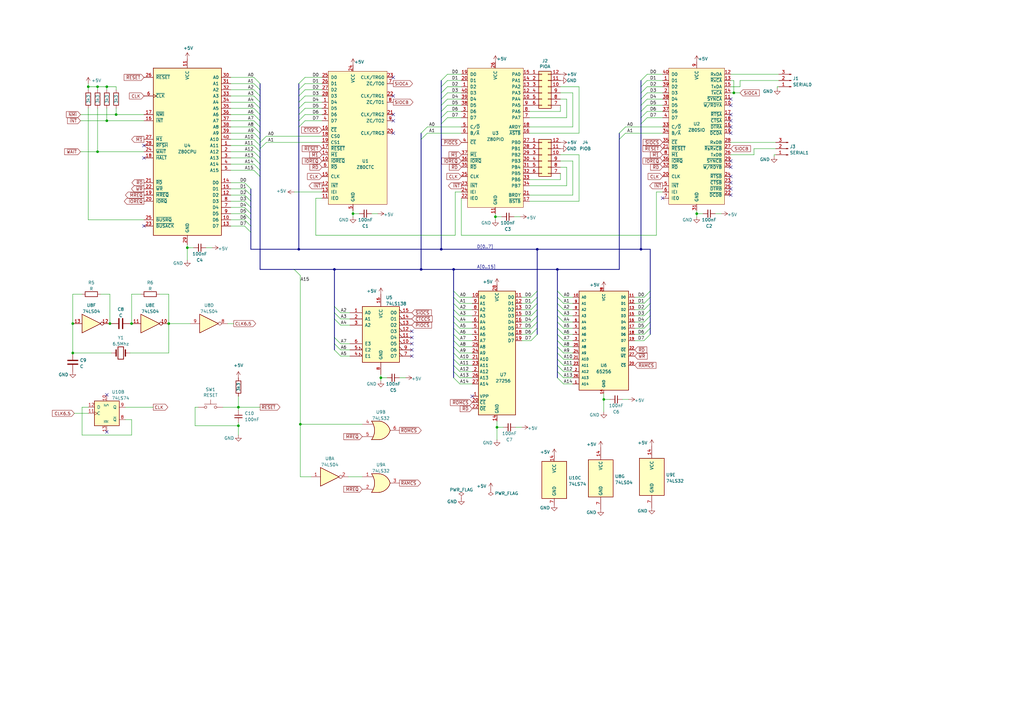
<source format=kicad_sch>
(kicad_sch (version 20211123) (generator eeschema)
  (paper "A3")
  (title_block (title "sinope Z80 Single Board Computer") (date "2020-04-16") (rev "1") (company "Hans Hübner"))
  (junction (at 53.975 132.715))
  (junction (at 40.005 35.56))
  (junction (at 40.005 62.23))
  (junction (at 203.2 88.9))
  (junction (at 69.215 132.715))
  (junction (at 36.195 35.56))
  (junction (at 43.815 49.53))
  (junction (at 45.085 132.715))
  (junction (at 97.79 174.625))
  (junction (at 144.78 87.63))
  (junction (at 262.89 102.235))
  (junction (at 186.055 110.49))
  (junction (at 180.975 102.235))
  (junction (at 203.835 175.26))
  (junction (at 43.815 35.56))
  (junction (at 228.6 110.49))
  (junction (at 172.72 110.49))
  (junction (at 156.21 154.94))
  (junction (at 47.625 46.99))
  (junction (at 76.835 101.6))
  (junction (at 123.19 173.99))
  (junction (at 247.65 163.83))
  (junction (at 29.845 132.715))
  (junction (at 137.16 110.49))
  (junction (at 122.555 102.235))
  (junction (at 97.79 167.005))
  (junction (at 300.99 38.1))
  (junction (at 220.345 102.235))
  (junction (at 29.845 144.78))
  (junction (at 285.75 87.63))
  (no_connect (at 161.29 31.75))
  (no_connect (at 299.72 74.93))
  (no_connect (at 299.72 54.61))
  (no_connect (at 299.72 52.07))
  (no_connect (at 299.72 46.99))
  (no_connect (at 299.72 49.53))
  (no_connect (at 271.78 81.28))
  (no_connect (at 299.72 72.39))
  (no_connect (at 43.815 161.925))
  (no_connect (at 43.815 177.165))
  (no_connect (at 59.055 64.77))
  (no_connect (at 161.29 46.99))
  (no_connect (at 59.055 92.71))
  (no_connect (at 161.29 39.37))
  (no_connect (at 299.72 80.01))
  (no_connect (at 299.72 68.58))
  (no_connect (at 299.72 77.47))
  (no_connect (at 168.91 146.05))
  (no_connect (at 168.91 138.43))
  (no_connect (at 168.91 140.97))
  (no_connect (at 168.91 143.51))
  (no_connect (at 168.91 135.89))
  (no_connect (at 193.675 162.56))
  (no_connect (at 299.72 43.18))
  (no_connect (at 299.72 40.64))
  (no_connect (at 59.055 59.69))
  (no_connect (at 161.29 49.53))
  (no_connect (at 161.29 54.61))
  (no_connect (at 299.72 66.04))
  (bus_entry (at 104.14 62.23) (size 2.54 2.54))
  (bus_entry (at 104.14 59.69) (size 2.54 2.54))
  (bus_entry (at 104.14 64.77) (size 2.54 2.54))
  (bus_entry (at 104.14 54.61) (size 2.54 2.54))
  (bus_entry (at 104.14 57.15) (size 2.54 2.54))
  (bus_entry (at 104.14 52.07) (size 2.54 2.54))
  (bus_entry (at 104.14 49.53) (size 2.54 2.54))
  (bus_entry (at 104.14 67.31) (size 2.54 2.54))
  (bus_entry (at 104.14 69.85) (size 2.54 2.54))
  (bus_entry (at 228.6 119.38) (size 2.54 2.54))
  (bus_entry (at 104.14 34.29) (size 2.54 2.54))
  (bus_entry (at 220.345 119.38) (size -2.54 2.54))
  (bus_entry (at 183.515 30.48) (size -2.54 2.54))
  (bus_entry (at 125.095 34.29) (size -2.54 2.54))
  (bus_entry (at 228.6 137.16) (size 2.54 2.54))
  (bus_entry (at 186.055 127) (size 2.54 2.54))
  (bus_entry (at 104.14 31.75) (size 2.54 2.54))
  (bus_entry (at 266.7 121.92) (size -2.54 2.54))
  (bus_entry (at 266.7 124.46) (size -2.54 2.54))
  (bus_entry (at 125.095 31.75) (size -2.54 2.54))
  (bus_entry (at 228.6 134.62) (size 2.54 2.54))
  (bus_entry (at 228.6 152.4) (size 2.54 2.54))
  (bus_entry (at 125.095 41.91) (size -2.54 2.54))
  (bus_entry (at 186.055 149.86) (size 2.54 2.54))
  (bus_entry (at 104.14 39.37) (size 2.54 2.54))
  (bus_entry (at 104.14 46.99) (size 2.54 2.54))
  (bus_entry (at 104.14 44.45) (size 2.54 2.54))
  (bus_entry (at 104.14 41.91) (size 2.54 2.54))
  (bus_entry (at 266.7 127) (size -2.54 2.54))
  (bus_entry (at 125.095 46.99) (size -2.54 2.54))
  (bus_entry (at 186.055 129.54) (size 2.54 2.54))
  (bus_entry (at 186.055 124.46) (size 2.54 2.54))
  (bus_entry (at 266.7 132.08) (size -2.54 2.54))
  (bus_entry (at 100.33 90.17) (size 2.54 2.54))
  (bus_entry (at 100.33 80.01) (size 2.54 2.54))
  (bus_entry (at 100.33 77.47) (size 2.54 2.54))
  (bus_entry (at 100.33 82.55) (size 2.54 2.54))
  (bus_entry (at 100.33 85.09) (size 2.54 2.54))
  (bus_entry (at 100.33 74.93) (size 2.54 2.54))
  (bus_entry (at 100.33 87.63) (size 2.54 2.54))
  (bus_entry (at 266.7 137.16) (size -2.54 2.54))
  (bus_entry (at 266.7 129.54) (size -2.54 2.54))
  (bus_entry (at 186.055 142.24) (size 2.54 2.54))
  (bus_entry (at 137.16 130.81) (size 2.54 2.54))
  (bus_entry (at 137.16 125.73) (size 2.54 2.54))
  (bus_entry (at 137.16 128.27) (size 2.54 2.54))
  (bus_entry (at 137.16 140.97) (size 2.54 2.54))
  (bus_entry (at 137.16 138.43) (size 2.54 2.54))
  (bus_entry (at 137.16 143.51) (size 2.54 2.54))
  (bus_entry (at 186.055 132.08) (size 2.54 2.54))
  (bus_entry (at 256.54 54.61) (size -2.54 2.54))
  (bus_entry (at 256.54 52.07) (size -2.54 2.54))
  (bus_entry (at 186.055 134.62) (size 2.54 2.54))
  (bus_entry (at 125.095 36.83) (size -2.54 2.54))
  (bus_entry (at 186.055 121.92) (size 2.54 2.54))
  (bus_entry (at 186.055 137.16) (size 2.54 2.54))
  (bus_entry (at 183.515 35.56) (size -2.54 2.54))
  (bus_entry (at 186.055 152.4) (size 2.54 2.54))
  (bus_entry (at 228.6 154.94) (size 2.54 2.54))
  (bus_entry (at 183.515 43.18) (size -2.54 2.54))
  (bus_entry (at 186.055 144.78) (size 2.54 2.54))
  (bus_entry (at 100.33 92.71) (size 2.54 2.54))
  (bus_entry (at 183.515 40.64) (size -2.54 2.54))
  (bus_entry (at 266.7 134.62) (size -2.54 2.54))
  (bus_entry (at 125.095 39.37) (size -2.54 2.54))
  (bus_entry (at 186.055 154.94) (size 2.54 2.54))
  (bus_entry (at 228.6 121.92) (size 2.54 2.54))
  (bus_entry (at 186.055 119.38) (size 2.54 2.54))
  (bus_entry (at 228.6 142.24) (size 2.54 2.54))
  (bus_entry (at 186.055 147.32) (size 2.54 2.54))
  (bus_entry (at 120.65 110.49) (size 2.54 2.54))
  (bus_entry (at 125.095 44.45) (size -2.54 2.54))
  (bus_entry (at 228.6 149.86) (size 2.54 2.54))
  (bus_entry (at 228.6 132.08) (size 2.54 2.54))
  (bus_entry (at 228.6 144.78) (size 2.54 2.54))
  (bus_entry (at 104.14 36.83) (size 2.54 2.54))
  (bus_entry (at 125.095 49.53) (size -2.54 2.54))
  (bus_entry (at 183.515 33.02) (size -2.54 2.54))
  (bus_entry (at 183.515 38.1) (size -2.54 2.54))
  (bus_entry (at 183.515 48.26) (size -2.54 2.54))
  (bus_entry (at 186.055 139.7) (size 2.54 2.54))
  (bus_entry (at 220.345 129.54) (size -2.54 2.54))
  (bus_entry (at 220.345 132.08) (size -2.54 2.54))
  (bus_entry (at 220.345 134.62) (size -2.54 2.54))
  (bus_entry (at 220.345 137.16) (size -2.54 2.54))
  (bus_entry (at 220.345 127) (size -2.54 2.54))
  (bus_entry (at 220.345 124.46) (size -2.54 2.54))
  (bus_entry (at 220.345 121.92) (size -2.54 2.54))
  (bus_entry (at 109.22 58.42) (size -2.54 2.54))
  (bus_entry (at 109.22 55.88) (size -2.54 2.54))
  (bus_entry (at 175.26 54.61) (size -2.54 2.54))
  (bus_entry (at 175.26 52.07) (size -2.54 2.54))
  (bus_entry (at 183.515 45.72) (size -2.54 2.54))
  (bus_entry (at 228.6 127) (size 2.54 2.54))
  (bus_entry (at 228.6 129.54) (size 2.54 2.54))
  (bus_entry (at 266.7 119.38) (size -2.54 2.54))
  (bus_entry (at 228.6 124.46) (size 2.54 2.54))
  (bus_entry (at 265.43 30.48) (size -2.54 2.54))
  (bus_entry (at 265.43 33.02) (size -2.54 2.54))
  (bus_entry (at 265.43 35.56) (size -2.54 2.54))
  (bus_entry (at 265.43 38.1) (size -2.54 2.54))
  (bus_entry (at 265.43 40.64) (size -2.54 2.54))
  (bus_entry (at 265.43 43.18) (size -2.54 2.54))
  (bus_entry (at 265.43 45.72) (size -2.54 2.54))
  (bus_entry (at 265.43 48.26) (size -2.54 2.54))
  (bus_entry (at 228.6 139.7) (size 2.54 2.54))
  (bus_entry (at 228.6 147.32) (size 2.54 2.54))
  (wire (pts (xy 231.14 127) (xy 234.95 127)))
  (wire (pts (xy 36.195 35.56) (xy 40.005 35.56)))
  (wire (pts (xy 109.22 55.88) (xy 132.08 55.88)))
  (wire (pts (xy 269.24 78.74) (xy 269.24 96.52)))
  (wire (pts (xy 309.245 63.5) (xy 309.245 60.96)))
  (wire (pts (xy 231.14 152.4) (xy 234.95 152.4)))
  (bus (pts (xy 180.975 38.1) (xy 180.975 40.64)))
  (wire (pts (xy 265.43 48.26) (xy 271.78 48.26)))
  (bus (pts (xy 266.7 119.38) (xy 266.7 121.92)))
  (wire (pts (xy 43.815 35.56) (xy 47.625 35.56)))
  (wire (pts (xy 94.615 36.83) (xy 104.14 36.83)))
  (bus (pts (xy 106.68 60.96) (xy 106.68 62.23)))
  (bus (pts (xy 180.975 45.72) (xy 180.975 48.26)))
  (wire (pts (xy 210.82 88.9) (xy 213.36 88.9)))
  (wire (pts (xy 189.23 96.52) (xy 269.24 96.52)))
  (bus (pts (xy 262.89 38.1) (xy 262.89 40.64)))
  (wire (pts (xy 260.35 121.92) (xy 264.16 121.92)))
  (wire (pts (xy 217.17 76.2) (xy 232.41 76.2)))
  (wire (pts (xy 188.595 129.54) (xy 193.675 129.54)))
  (bus (pts (xy 137.16 125.73) (xy 137.16 128.27)))
  (wire (pts (xy 234.95 139.7) (xy 231.14 139.7)))
  (wire (pts (xy 193.675 132.08) (xy 188.595 132.08)))
  (bus (pts (xy 186.055 147.32) (xy 186.055 149.86)))
  (wire (pts (xy 94.615 52.07) (xy 104.14 52.07)))
  (wire (pts (xy 260.35 139.7) (xy 264.16 139.7)))
  (bus (pts (xy 120.65 110.49) (xy 137.16 110.49)))
  (wire (pts (xy 123.19 173.99) (xy 148.59 173.99)))
  (wire (pts (xy 123.19 173.99) (xy 123.19 195.58)))
  (wire (pts (xy 94.615 74.93) (xy 100.33 74.93)))
  (bus (pts (xy 180.975 48.26) (xy 180.975 50.8)))
  (wire (pts (xy 213.995 127) (xy 217.805 127)))
  (wire (pts (xy 53.975 178.435) (xy 53.975 172.085)))
  (wire (pts (xy 36.195 36.83) (xy 36.195 35.56)))
  (bus (pts (xy 106.68 72.39) (xy 106.68 110.49)))
  (wire (pts (xy 139.7 140.97) (xy 143.51 140.97)))
  (wire (pts (xy 231.14 121.92) (xy 234.95 121.92)))
  (wire (pts (xy 183.515 43.18) (xy 189.23 43.18)))
  (bus (pts (xy 102.87 92.71) (xy 102.87 95.25)))
  (wire (pts (xy 132.08 81.28) (xy 129.54 81.28)))
  (wire (pts (xy 234.95 52.07) (xy 234.95 38.1)))
  (wire (pts (xy 265.43 33.02) (xy 271.78 33.02)))
  (wire (pts (xy 285.75 87.63) (xy 285.75 88.9)))
  (wire (pts (xy 229.87 73.66) (xy 229.87 71.12)))
  (bus (pts (xy 220.345 102.235) (xy 262.89 102.235)))
  (bus (pts (xy 186.055 152.4) (xy 186.055 154.94)))
  (bus (pts (xy 186.055 139.7) (xy 186.055 142.24)))
  (wire (pts (xy 231.14 137.16) (xy 234.95 137.16)))
  (wire (pts (xy 203.835 172.72) (xy 203.835 175.26)))
  (wire (pts (xy 125.095 39.37) (xy 132.08 39.37)))
  (wire (pts (xy 29.845 120.65) (xy 29.845 132.715)))
  (bus (pts (xy 180.975 43.18) (xy 180.975 45.72)))
  (wire (pts (xy 94.615 46.99) (xy 104.14 46.99)))
  (wire (pts (xy 193.675 142.24) (xy 188.595 142.24)))
  (wire (pts (xy 36.195 34.29) (xy 36.195 35.56)))
  (bus (pts (xy 220.345 121.92) (xy 220.345 124.46)))
  (bus (pts (xy 186.055 110.49) (xy 228.6 110.49)))
  (wire (pts (xy 232.41 48.26) (xy 232.41 40.64)))
  (wire (pts (xy 139.7 133.35) (xy 143.51 133.35)))
  (wire (pts (xy 213.995 132.08) (xy 217.805 132.08)))
  (wire (pts (xy 123.19 195.58) (xy 127.635 195.58)))
  (bus (pts (xy 228.6 132.08) (xy 228.6 134.62)))
  (wire (pts (xy 237.49 82.55) (xy 237.49 63.5)))
  (wire (pts (xy 43.815 35.56) (xy 43.815 36.83)))
  (wire (pts (xy 125.095 34.29) (xy 132.08 34.29)))
  (wire (pts (xy 188.595 121.92) (xy 193.675 121.92)))
  (wire (pts (xy 285.75 87.63) (xy 288.29 87.63)))
  (wire (pts (xy 232.41 76.2) (xy 232.41 68.58)))
  (bus (pts (xy 262.89 45.72) (xy 262.89 48.26)))
  (wire (pts (xy 97.79 167.005) (xy 97.79 168.275)))
  (wire (pts (xy 57.785 120.65) (xy 53.975 120.65)))
  (wire (pts (xy 217.17 73.66) (xy 229.87 73.66)))
  (wire (pts (xy 213.995 137.16) (xy 217.805 137.16)))
  (wire (pts (xy 265.43 45.72) (xy 271.78 45.72)))
  (wire (pts (xy 29.845 132.715) (xy 29.845 144.78)))
  (wire (pts (xy 144.78 86.36) (xy 144.78 87.63)))
  (wire (pts (xy 91.44 167.005) (xy 97.79 167.005)))
  (wire (pts (xy 237.49 35.56) (xy 229.87 35.56)))
  (wire (pts (xy 318.135 63.5) (xy 317.5 63.5)))
  (wire (pts (xy 234.95 149.86) (xy 231.14 149.86)))
  (wire (pts (xy 237.49 54.61) (xy 237.49 35.56)))
  (wire (pts (xy 125.095 46.99) (xy 132.08 46.99)))
  (bus (pts (xy 106.68 58.42) (xy 106.68 59.69)))
  (bus (pts (xy 262.89 48.26) (xy 262.89 50.8)))
  (bus (pts (xy 102.87 80.01) (xy 102.87 82.55)))
  (wire (pts (xy 265.43 43.18) (xy 271.78 43.18)))
  (wire (pts (xy 163.83 154.94) (xy 166.37 154.94)))
  (wire (pts (xy 33.655 178.435) (xy 53.975 178.435)))
  (wire (pts (xy 47.625 44.45) (xy 47.625 46.99)))
  (wire (pts (xy 41.275 120.65) (xy 45.085 120.65)))
  (bus (pts (xy 180.975 40.64) (xy 180.975 43.18)))
  (bus (pts (xy 186.055 121.92) (xy 186.055 124.46)))
  (bus (pts (xy 106.68 52.07) (xy 106.68 54.61)))
  (bus (pts (xy 262.89 102.235) (xy 266.7 102.235)))
  (bus (pts (xy 254 57.15) (xy 254 110.49)))
  (wire (pts (xy 45.085 132.715) (xy 45.72 132.715)))
  (bus (pts (xy 106.68 36.83) (xy 106.68 39.37)))
  (wire (pts (xy 303.53 33.02) (xy 319.405 33.02)))
  (bus (pts (xy 228.6 124.46) (xy 228.6 127)))
  (bus (pts (xy 254 54.61) (xy 254 57.15)))
  (wire (pts (xy 255.27 163.83) (xy 257.81 163.83)))
  (wire (pts (xy 203.835 175.26) (xy 206.375 175.26)))
  (wire (pts (xy 97.79 174.625) (xy 80.01 174.625)))
  (bus (pts (xy 220.345 132.08) (xy 220.345 134.62)))
  (wire (pts (xy 265.43 38.1) (xy 271.78 38.1)))
  (wire (pts (xy 69.215 144.78) (xy 69.215 132.715)))
  (bus (pts (xy 106.68 67.31) (xy 106.68 69.85)))
  (bus (pts (xy 137.16 138.43) (xy 137.16 140.97)))
  (bus (pts (xy 228.6 149.86) (xy 228.6 152.4)))
  (wire (pts (xy 94.615 67.31) (xy 104.14 67.31)))
  (wire (pts (xy 139.7 130.81) (xy 143.51 130.81)))
  (wire (pts (xy 152.4 87.63) (xy 154.94 87.63)))
  (wire (pts (xy 47.625 35.56) (xy 47.625 36.83)))
  (wire (pts (xy 260.35 132.08) (xy 264.16 132.08)))
  (bus (pts (xy 106.68 49.53) (xy 106.68 52.07)))
  (bus (pts (xy 122.555 41.91) (xy 122.555 44.45)))
  (bus (pts (xy 102.87 87.63) (xy 102.87 90.17)))
  (bus (pts (xy 102.87 102.235) (xy 122.555 102.235)))
  (wire (pts (xy 303.53 35.56) (xy 303.53 33.02)))
  (wire (pts (xy 231.14 129.54) (xy 234.95 129.54)))
  (wire (pts (xy 94.615 82.55) (xy 100.33 82.55)))
  (wire (pts (xy 213.995 121.92) (xy 217.805 121.92)))
  (bus (pts (xy 262.89 50.8) (xy 262.89 102.235)))
  (wire (pts (xy 203.2 87.63) (xy 203.2 88.9)))
  (wire (pts (xy 318.77 35.56) (xy 318.77 36.195)))
  (wire (pts (xy 193.675 137.16) (xy 188.595 137.16)))
  (wire (pts (xy 193.675 154.94) (xy 188.595 154.94)))
  (bus (pts (xy 122.555 36.83) (xy 122.555 39.37)))
  (wire (pts (xy 231.14 157.48) (xy 234.95 157.48)))
  (wire (pts (xy 76.835 101.6) (xy 79.375 101.6)))
  (wire (pts (xy 125.095 49.53) (xy 132.08 49.53)))
  (wire (pts (xy 231.14 142.24) (xy 234.95 142.24)))
  (wire (pts (xy 260.35 137.16) (xy 264.16 137.16)))
  (wire (pts (xy 186.69 78.74) (xy 186.69 96.52)))
  (wire (pts (xy 319.405 35.56) (xy 318.77 35.56)))
  (wire (pts (xy 33.02 62.23) (xy 40.005 62.23)))
  (wire (pts (xy 125.095 44.45) (xy 132.08 44.45)))
  (wire (pts (xy 300.99 33.02) (xy 300.99 38.1)))
  (wire (pts (xy 47.625 46.99) (xy 59.055 46.99)))
  (wire (pts (xy 203.835 175.26) (xy 203.835 180.34)))
  (wire (pts (xy 183.515 48.26) (xy 189.23 48.26)))
  (wire (pts (xy 217.17 82.55) (xy 237.49 82.55)))
  (wire (pts (xy 217.17 45.72) (xy 229.87 45.72)))
  (wire (pts (xy 213.995 124.46) (xy 217.805 124.46)))
  (bus (pts (xy 186.055 119.38) (xy 186.055 121.92)))
  (wire (pts (xy 40.005 35.56) (xy 43.815 35.56)))
  (bus (pts (xy 102.87 77.47) (xy 102.87 80.01)))
  (bus (pts (xy 106.68 64.77) (xy 106.68 67.31)))
  (bus (pts (xy 266.7 127) (xy 266.7 129.54)))
  (bus (pts (xy 172.72 57.15) (xy 172.72 110.49)))
  (wire (pts (xy 256.54 54.61) (xy 271.78 54.61)))
  (wire (pts (xy 317.5 63.5) (xy 317.5 64.135)))
  (bus (pts (xy 228.6 121.92) (xy 228.6 124.46)))
  (bus (pts (xy 102.87 95.25) (xy 102.87 102.235)))
  (wire (pts (xy 299.72 35.56) (xy 303.53 35.56)))
  (bus (pts (xy 266.7 129.54) (xy 266.7 132.08)))
  (bus (pts (xy 266.7 134.62) (xy 266.7 137.16)))
  (wire (pts (xy 234.95 38.1) (xy 229.87 38.1)))
  (bus (pts (xy 266.7 124.46) (xy 266.7 127)))
  (wire (pts (xy 300.99 33.02) (xy 299.72 33.02)))
  (wire (pts (xy 33.655 120.65) (xy 29.845 120.65)))
  (bus (pts (xy 228.6 142.24) (xy 228.6 144.78)))
  (bus (pts (xy 186.055 129.54) (xy 186.055 132.08)))
  (wire (pts (xy 97.79 174.625) (xy 97.79 178.435)))
  (wire (pts (xy 265.43 40.64) (xy 271.78 40.64)))
  (wire (pts (xy 231.14 132.08) (xy 234.95 132.08)))
  (wire (pts (xy 94.615 62.23) (xy 104.14 62.23)))
  (wire (pts (xy 234.95 80.01) (xy 234.95 66.04)))
  (bus (pts (xy 228.6 134.62) (xy 228.6 137.16)))
  (bus (pts (xy 122.555 46.99) (xy 122.555 49.53)))
  (wire (pts (xy 188.595 134.62) (xy 193.675 134.62)))
  (wire (pts (xy 94.615 57.15) (xy 104.14 57.15)))
  (wire (pts (xy 299.72 58.42) (xy 318.135 58.42)))
  (bus (pts (xy 122.555 34.29) (xy 122.555 36.83)))
  (wire (pts (xy 69.215 120.65) (xy 69.215 132.715)))
  (wire (pts (xy 229.87 45.72) (xy 229.87 43.18)))
  (wire (pts (xy 69.215 132.715) (xy 78.105 132.715)))
  (wire (pts (xy 139.7 146.05) (xy 143.51 146.05)))
  (wire (pts (xy 260.35 134.62) (xy 264.16 134.62)))
  (wire (pts (xy 299.72 30.48) (xy 319.405 30.48)))
  (bus (pts (xy 106.68 34.29) (xy 106.68 36.83)))
  (bus (pts (xy 106.68 69.85) (xy 106.68 72.39)))
  (wire (pts (xy 139.7 128.27) (xy 143.51 128.27)))
  (bus (pts (xy 228.6 110.49) (xy 228.6 119.38)))
  (wire (pts (xy 189.23 81.28) (xy 189.23 96.52)))
  (wire (pts (xy 217.17 52.07) (xy 234.95 52.07)))
  (bus (pts (xy 266.7 132.08) (xy 266.7 134.62)))
  (wire (pts (xy 94.615 87.63) (xy 100.33 87.63)))
  (wire (pts (xy 139.7 143.51) (xy 143.51 143.51)))
  (wire (pts (xy 40.005 62.23) (xy 59.055 62.23)))
  (bus (pts (xy 220.345 119.38) (xy 220.345 121.92)))
  (wire (pts (xy 265.43 35.56) (xy 271.78 35.56)))
  (wire (pts (xy 213.995 129.54) (xy 217.805 129.54)))
  (wire (pts (xy 45.085 120.65) (xy 45.085 132.715)))
  (bus (pts (xy 122.555 52.07) (xy 122.555 102.235)))
  (wire (pts (xy 217.17 80.01) (xy 234.95 80.01)))
  (wire (pts (xy 234.95 134.62) (xy 231.14 134.62)))
  (wire (pts (xy 94.615 80.01) (xy 100.33 80.01)))
  (bus (pts (xy 186.055 110.49) (xy 186.055 119.38)))
  (bus (pts (xy 180.975 50.8) (xy 180.975 102.235)))
  (wire (pts (xy 84.455 101.6) (xy 86.995 101.6)))
  (wire (pts (xy 94.615 54.61) (xy 104.14 54.61)))
  (bus (pts (xy 180.975 35.56) (xy 180.975 38.1)))
  (bus (pts (xy 137.16 140.97) (xy 137.16 143.51)))
  (bus (pts (xy 122.555 39.37) (xy 122.555 41.91)))
  (bus (pts (xy 266.7 102.235) (xy 266.7 119.38)))
  (wire (pts (xy 260.35 124.46) (xy 264.16 124.46)))
  (wire (pts (xy 142.875 195.58) (xy 148.59 195.58)))
  (bus (pts (xy 106.68 59.69) (xy 106.68 60.96)))
  (bus (pts (xy 186.055 124.46) (xy 186.055 127)))
  (bus (pts (xy 106.68 39.37) (xy 106.68 41.91)))
  (bus (pts (xy 228.6 129.54) (xy 228.6 132.08)))
  (wire (pts (xy 80.01 174.625) (xy 80.01 167.005)))
  (wire (pts (xy 53.975 120.65) (xy 53.975 132.715)))
  (bus (pts (xy 137.16 110.49) (xy 137.16 125.73)))
  (wire (pts (xy 97.79 173.355) (xy 97.79 174.625)))
  (wire (pts (xy 45.72 144.78) (xy 29.845 144.78)))
  (wire (pts (xy 123.19 113.03) (xy 123.19 173.99)))
  (wire (pts (xy 232.41 68.58) (xy 229.87 68.58)))
  (bus (pts (xy 137.16 130.81) (xy 137.16 138.43)))
  (bus (pts (xy 106.68 46.99) (xy 106.68 49.53)))
  (wire (pts (xy 65.405 120.65) (xy 69.215 120.65)))
  (wire (pts (xy 51.435 167.005) (xy 62.865 167.005)))
  (bus (pts (xy 228.6 137.16) (xy 228.6 139.7)))
  (wire (pts (xy 175.26 54.61) (xy 189.23 54.61)))
  (wire (pts (xy 183.515 40.64) (xy 189.23 40.64)))
  (wire (pts (xy 188.595 149.86) (xy 193.675 149.86)))
  (wire (pts (xy 213.995 139.7) (xy 217.805 139.7)))
  (wire (pts (xy 53.975 172.085) (xy 51.435 172.085)))
  (wire (pts (xy 186.69 78.74) (xy 189.23 78.74)))
  (wire (pts (xy 94.615 69.85) (xy 104.14 69.85)))
  (wire (pts (xy 120.65 78.74) (xy 132.08 78.74)))
  (bus (pts (xy 106.68 62.23) (xy 106.68 64.77)))
  (wire (pts (xy 256.54 52.07) (xy 271.78 52.07)))
  (wire (pts (xy 193.675 127) (xy 188.595 127)))
  (wire (pts (xy 217.17 48.26) (xy 232.41 48.26)))
  (bus (pts (xy 122.555 49.53) (xy 122.555 52.07)))
  (wire (pts (xy 129.54 81.28) (xy 129.54 96.52)))
  (wire (pts (xy 183.515 30.48) (xy 189.23 30.48)))
  (wire (pts (xy 285.75 86.36) (xy 285.75 87.63)))
  (wire (pts (xy 40.005 44.45) (xy 40.005 62.23)))
  (wire (pts (xy 183.515 35.56) (xy 189.23 35.56)))
  (wire (pts (xy 260.35 127) (xy 264.16 127)))
  (wire (pts (xy 94.615 41.91) (xy 104.14 41.91)))
  (bus (pts (xy 186.055 132.08) (xy 186.055 134.62)))
  (wire (pts (xy 203.2 88.9) (xy 203.2 90.17)))
  (bus (pts (xy 106.68 110.49) (xy 120.65 110.49)))
  (wire (pts (xy 231.14 124.46) (xy 234.95 124.46)))
  (wire (pts (xy 269.24 78.74) (xy 271.78 78.74)))
  (bus (pts (xy 262.89 33.02) (xy 262.89 35.56)))
  (wire (pts (xy 247.65 163.83) (xy 250.19 163.83)))
  (bus (pts (xy 186.055 142.24) (xy 186.055 144.78)))
  (bus (pts (xy 228.6 144.78) (xy 228.6 147.32)))
  (wire (pts (xy 53.34 132.715) (xy 53.975 132.715)))
  (bus (pts (xy 106.68 44.45) (xy 106.68 46.99)))
  (wire (pts (xy 300.99 38.1) (xy 303.53 38.1)))
  (bus (pts (xy 106.68 54.61) (xy 106.68 57.15)))
  (wire (pts (xy 183.515 38.1) (xy 189.23 38.1)))
  (wire (pts (xy 188.595 124.46) (xy 193.675 124.46)))
  (wire (pts (xy 234.95 154.94) (xy 231.14 154.94)))
  (wire (pts (xy 33.02 49.53) (xy 43.815 49.53)))
  (wire (pts (xy 217.17 54.61) (xy 237.49 54.61)))
  (bus (pts (xy 220.345 124.46) (xy 220.345 127)))
  (wire (pts (xy 43.815 44.45) (xy 43.815 49.53)))
  (wire (pts (xy 247.65 161.29) (xy 247.65 163.83)))
  (wire (pts (xy 94.615 92.71) (xy 100.33 92.71)))
  (wire (pts (xy 94.615 64.77) (xy 104.14 64.77)))
  (bus (pts (xy 228.6 147.32) (xy 228.6 149.86)))
  (wire (pts (xy 183.515 45.72) (xy 189.23 45.72)))
  (wire (pts (xy 76.835 101.6) (xy 76.835 106.68)))
  (wire (pts (xy 260.35 129.54) (xy 264.16 129.54)))
  (wire (pts (xy 156.21 154.94) (xy 156.21 156.21)))
  (wire (pts (xy 36.195 44.45) (xy 36.195 90.17)))
  (wire (pts (xy 53.34 144.78) (xy 69.215 144.78)))
  (bus (pts (xy 266.7 121.92) (xy 266.7 124.46)))
  (wire (pts (xy 125.095 31.75) (xy 132.08 31.75)))
  (bus (pts (xy 122.555 102.235) (xy 180.975 102.235)))
  (bus (pts (xy 180.975 33.02) (xy 180.975 35.56)))
  (wire (pts (xy 94.615 49.53) (xy 104.14 49.53)))
  (wire (pts (xy 125.095 36.83) (xy 132.08 36.83)))
  (wire (pts (xy 36.195 167.005) (xy 33.655 167.005)))
  (bus (pts (xy 186.055 127) (xy 186.055 129.54)))
  (wire (pts (xy 94.615 90.17) (xy 100.33 90.17)))
  (wire (pts (xy 300.99 38.1) (xy 299.72 38.1)))
  (wire (pts (xy 188.595 139.7) (xy 193.675 139.7)))
  (wire (pts (xy 265.43 30.48) (xy 271.78 30.48)))
  (wire (pts (xy 193.675 152.4) (xy 188.595 152.4)))
  (bus (pts (xy 102.87 85.09) (xy 102.87 87.63)))
  (bus (pts (xy 137.16 110.49) (xy 172.72 110.49)))
  (wire (pts (xy 94.615 39.37) (xy 104.14 39.37)))
  (bus (pts (xy 106.68 57.15) (xy 106.68 58.42)))
  (wire (pts (xy 231.14 147.32) (xy 234.95 147.32)))
  (wire (pts (xy 144.78 87.63) (xy 147.32 87.63)))
  (wire (pts (xy 30.48 169.545) (xy 36.195 169.545)))
  (bus (pts (xy 262.89 40.64) (xy 262.89 43.18)))
  (bus (pts (xy 186.055 137.16) (xy 186.055 139.7)))
  (wire (pts (xy 125.095 41.91) (xy 132.08 41.91)))
  (wire (pts (xy 93.345 132.715) (xy 95.885 132.715)))
  (wire (pts (xy 94.615 59.69) (xy 104.14 59.69)))
  (wire (pts (xy 36.195 90.17) (xy 59.055 90.17)))
  (wire (pts (xy 211.455 175.26) (xy 213.995 175.26)))
  (bus (pts (xy 106.68 41.91) (xy 106.68 44.45)))
  (bus (pts (xy 186.055 149.86) (xy 186.055 152.4)))
  (wire (pts (xy 94.615 44.45) (xy 104.14 44.45)))
  (wire (pts (xy 43.815 49.53) (xy 59.055 49.53)))
  (bus (pts (xy 180.975 102.235) (xy 220.345 102.235)))
  (wire (pts (xy 129.54 96.52) (xy 186.69 96.52)))
  (bus (pts (xy 102.87 82.55) (xy 102.87 85.09)))
  (wire (pts (xy 193.675 147.32) (xy 188.595 147.32)))
  (wire (pts (xy 213.995 134.62) (xy 217.805 134.62)))
  (wire (pts (xy 234.95 144.78) (xy 231.14 144.78)))
  (bus (pts (xy 262.89 35.56) (xy 262.89 38.1)))
  (wire (pts (xy 109.22 58.42) (xy 132.08 58.42)))
  (wire (pts (xy 40.005 35.56) (xy 40.005 36.83)))
  (wire (pts (xy 237.49 63.5) (xy 229.87 63.5)))
  (bus (pts (xy 102.87 90.17) (xy 102.87 92.71)))
  (wire (pts (xy 309.245 60.96) (xy 318.135 60.96)))
  (bus (pts (xy 220.345 134.62) (xy 220.345 137.16)))
  (bus (pts (xy 220.345 127) (xy 220.345 129.54)))
  (bus (pts (xy 228.6 119.38) (xy 228.6 121.92)))
  (wire (pts (xy 94.615 85.09) (xy 100.33 85.09)))
  (wire (pts (xy 183.515 33.02) (xy 189.23 33.02)))
  (bus (pts (xy 220.345 129.54) (xy 220.345 132.08)))
  (wire (pts (xy 232.41 40.64) (xy 229.87 40.64)))
  (wire (pts (xy 299.72 63.5) (xy 309.245 63.5)))
  (wire (pts (xy 175.26 52.07) (xy 189.23 52.07)))
  (bus (pts (xy 228.6 127) (xy 228.6 129.54)))
  (wire (pts (xy 80.01 167.005) (xy 81.28 167.005)))
  (wire (pts (xy 203.2 88.9) (xy 205.74 88.9)))
  (wire (pts (xy 94.615 34.29) (xy 104.14 34.29)))
  (wire (pts (xy 97.79 167.005) (xy 106.68 167.005)))
  (bus (pts (xy 262.89 43.18) (xy 262.89 45.72)))
  (wire (pts (xy 94.615 77.47) (xy 100.33 77.47)))
  (wire (pts (xy 156.21 153.67) (xy 156.21 154.94)))
  (bus (pts (xy 172.72 110.49) (xy 186.055 110.49)))
  (bus (pts (xy 186.055 134.62) (xy 186.055 137.16)))
  (wire (pts (xy 144.78 87.63) (xy 144.78 88.9)))
  (bus (pts (xy 228.6 110.49) (xy 254 110.49)))
  (wire (pts (xy 188.595 144.78) (xy 193.675 144.78)))
  (bus (pts (xy 172.72 54.61) (xy 172.72 57.15)))
  (wire (pts (xy 94.615 31.75) (xy 104.14 31.75)))
  (bus (pts (xy 186.055 144.78) (xy 186.055 147.32)))
  (wire (pts (xy 193.675 157.48) (xy 188.595 157.48)))
  (wire (pts (xy 33.655 167.005) (xy 33.655 178.435)))
  (wire (pts (xy 76.835 100.33) (xy 76.835 101.6)))
  (wire (pts (xy 234.95 66.04) (xy 229.87 66.04)))
  (bus (pts (xy 228.6 139.7) (xy 228.6 142.24)))
  (wire (pts (xy 97.79 162.56) (xy 97.79 167.005)))
  (wire (pts (xy 156.21 154.94) (xy 158.75 154.94)))
  (wire (pts (xy 247.65 163.83) (xy 247.65 168.91)))
  (wire (pts (xy 293.37 87.63) (xy 295.91 87.63)))
  (bus (pts (xy 137.16 128.27) (xy 137.16 130.81)))
  (bus (pts (xy 122.555 44.45) (xy 122.555 46.99)))
  (wire (pts (xy 33.02 46.99) (xy 47.625 46.99)))
  (bus (pts (xy 220.345 102.235) (xy 220.345 119.38)))
  (bus (pts (xy 228.6 152.4) (xy 228.6 154.94)))
  (label "A3" (at 139.7 130.81 0))
  (label "A11" (at 231.14 149.86 0))
  (label "D0" (at 187.96 30.48 180))
  (label "D5" (at 98.425 87.63 0))
  (label "D4" (at 187.96 40.64 180))
  (label "D4" (at 130.81 41.91 180))
  (label "D1" (at 261.62 124.46 0))
  (label "A0" (at 101.6 31.75 0))
  (label "A13" (at 100.33 64.77 0))
  (label "D2" (at 261.62 127 0))
  (label "A12" (at 100.33 62.23 0))
  (label "A5" (at 101.6 44.45 0))
  (label "A11" (at 188.595 149.86 0))
  (label "A1" (at 257.175 54.61 0))
  (label "A10" (at 100.33 57.15 0))
  (label "D6" (at 187.96 45.72 180))
  (label "A9" (at 231.14 144.78 0))
  (label "D2" (at 98.425 80.01 0))
  (label "A4" (at 139.7 133.35 0))
  (label "D1" (at 269.24 33.02 180))
  (label "D4" (at 269.24 40.64 180))
  (label "D4" (at 98.425 85.09 0))
  (label "A4" (at 101.6 41.91 0))
  (label "D1" (at 215.265 124.46 0))
  (label "A0" (at 231.14 121.92 0))
  (label "A8" (at 231.14 142.24 0))
  (label "A[0..15]" (at 195.58 110.49 0))
  (label "A13" (at 231.14 154.94 0))
  (label "D5" (at 269.24 43.18 180))
  (label "A7" (at 188.595 139.7 0))
  (label "D[0..7]" (at 195.58 102.235 0))
  (label "A4" (at 231.14 132.08 0))
  (label "A5" (at 139.7 146.05 0))
  (label "A0" (at 175.895 52.07 0))
  (label "D2" (at 215.265 127 0))
  (label "D6" (at 215.265 137.16 0))
  (label "A4" (at 188.595 132.08 0))
  (label "D4" (at 261.62 132.08 0))
  (label "A10" (at 188.595 147.32 0))
  (label "A5" (at 231.14 134.62 0))
  (label "A2" (at 231.14 127 0))
  (label "A2" (at 188.595 127 0))
  (label "D1" (at 130.81 34.29 180))
  (label "D0" (at 98.425 74.93 0))
  (label "D6" (at 269.24 45.72 180))
  (label "D3" (at 130.81 39.37 180))
  (label "A3" (at 101.6 39.37 0))
  (label "D0" (at 215.265 121.92 0))
  (label "A7" (at 139.7 140.97 0))
  (label "A3" (at 188.595 129.54 0))
  (label "A2" (at 139.7 128.27 0))
  (label "D5" (at 261.62 134.62 0))
  (label "D5" (at 187.96 43.18 180))
  (label "A13" (at 188.595 154.94 0))
  (label "D5" (at 215.265 134.62 0))
  (label "D7" (at 261.62 139.7 0))
  (label "A5" (at 188.595 134.62 0))
  (label "A8" (at 101.6 52.07 0))
  (label "A6" (at 188.595 137.16 0))
  (label "A1" (at 231.14 124.46 0))
  (label "A8" (at 188.595 142.24 0))
  (label "D6" (at 130.81 46.99 180))
  (label "A10" (at 231.14 147.32 0))
  (label "D3" (at 215.265 129.54 0))
  (label "A3" (at 231.14 129.54 0))
  (label "A9" (at 188.595 144.78 0))
  (label "A1" (at 109.855 58.42 0))
  (label "A12" (at 231.14 152.4 0))
  (label "D7" (at 130.81 49.53 180))
  (label "A12" (at 188.595 152.4 0))
  (label "A7" (at 101.6 49.53 0))
  (label "D0" (at 261.62 121.92 0))
  (label "D4" (at 215.265 132.08 0))
  (label "A0" (at 109.855 55.88 0))
  (label "A9" (at 101.6 54.61 0))
  (label "A1" (at 188.595 124.46 0))
  (label "A0" (at 188.595 121.92 0))
  (label "D7" (at 98.425 92.71 0))
  (label "D7" (at 215.265 139.7 0))
  (label "A6" (at 139.7 143.51 0))
  (label "A1" (at 175.895 54.61 0))
  (label "A6" (at 231.14 137.16 0))
  (label "D6" (at 98.425 90.17 0))
  (label "D3" (at 187.96 38.1 180))
  (label "D3" (at 98.425 82.55 0))
  (label "A6" (at 101.6 46.99 0))
  (label "D3" (at 261.62 129.54 0))
  (label "A14" (at 188.595 157.48 0))
  (label "D7" (at 187.96 48.26 180))
  (label "A7" (at 231.14 139.7 0))
  (label "A14" (at 231.14 157.48 0))
  (label "D0" (at 130.81 31.75 180))
  (label "D3" (at 269.24 38.1 180))
  (label "D2" (at 130.81 36.83 180))
  (label "A2" (at 101.6 36.83 0))
  (label "D2" (at 187.96 35.56 180))
  (label "D1" (at 98.425 77.47 0))
  (label "A14" (at 100.33 67.31 0))
  (label "D7" (at 269.24 48.26 180))
  (label "D5" (at 130.81 44.45 180))
  (label "D6" (at 261.62 137.16 0))
  (label "A1" (at 101.6 34.29 0))
  (label "A15" (at 100.33 69.85 0))
  (label "A15" (at 123.19 115.57 0))
  (label "D1" (at 187.96 33.02 180))
  (label "D0" (at 269.24 30.48 180))
  (label "D2" (at 269.24 35.56 180))
  (label "A11" (at 100.33 59.69 0))
  (label "A0" (at 257.175 52.07 0))
  (global_label "CLK" (shape input) (at 271.78 72.39 180) (property "Intersheet References" "${INTERSHEET_REFS}" (effects hide)))
  (global_label "SIOCA" (shape output) (at 161.29 34.29 0) (property "Intersheet References" "${INTERSHEET_REFS}" (effects hide)))
  (global_label "~{WR}" (shape output) (at 59.055 77.47 180) (property "Intersheet References" "${INTERSHEET_REFS}" (effects hide)))
  (global_label "~{RD}" (shape input) (at 189.23 68.58 180) (property "Intersheet References" "${INTERSHEET_REFS}" (effects hide)))
  (global_label "~{INT}" (shape input) (at 33.02 49.53 180) (property "Intersheet References" "${INTERSHEET_REFS}" (effects hide)))
  (global_label "~{RESET}" (shape input) (at 59.055 31.75 180) (property "Intersheet References" "${INTERSHEET_REFS}" (effects hide)))
  (global_label "~{IOREQ}" (shape input) (at 132.08 66.04 180) (property "Intersheet References" "${INTERSHEET_REFS}" (effects hide)))
  (global_label "SIOCA" (shape input) (at 303.53 38.1 0) (property "Intersheet References" "${INTERSHEET_REFS}" (effects hide)))
  (global_label "~{M1}" (shape input) (at 132.08 63.5 180) (property "Intersheet References" "${INTERSHEET_REFS}" (effects hide)))
  (global_label "~{M1}" (shape input) (at 189.23 63.5 180) (property "Intersheet References" "${INTERSHEET_REFS}" (effects hide)))
  (global_label "~{M1}" (shape input) (at 271.78 63.5 180) (property "Intersheet References" "${INTERSHEET_REFS}" (effects hide)))
  (global_label "~{ROMCS}" (shape output) (at 163.83 176.53 0) (property "Intersheet References" "${INTERSHEET_REFS}" (effects hide)))
  (global_label "~{MREQ}" (shape input) (at 148.59 200.66 180) (property "Intersheet References" "${INTERSHEET_REFS}" (effects hide)))
  (global_label "~{RD}" (shape input) (at 132.08 68.58 180) (property "Intersheet References" "${INTERSHEET_REFS}" (effects hide)))
  (global_label "~{WR}" (shape input) (at 260.35 146.05 0) (property "Intersheet References" "${INTERSHEET_REFS}" (effects hide)))
  (global_label "~{IOREQ}" (shape output) (at 59.055 82.55 180) (property "Intersheet References" "${INTERSHEET_REFS}" (effects hide)))
  (global_label "~{ROMCS}" (shape input) (at 193.675 165.1 180) (property "Intersheet References" "${INTERSHEET_REFS}" (effects hide)))
  (global_label "SIOCB" (shape input) (at 299.72 60.96 0) (property "Intersheet References" "${INTERSHEET_REFS}" (effects hide)))
  (global_label "~{PIOCS}" (shape input) (at 189.23 58.42 180) (property "Intersheet References" "${INTERSHEET_REFS}" (effects hide)))
  (global_label "~{M1}" (shape output) (at 59.055 57.15 180) (property "Intersheet References" "${INTERSHEET_REFS}" (effects hide)))
  (global_label "~{RD}" (shape input) (at 260.35 143.51 0) (property "Intersheet References" "${INTERSHEET_REFS}" (effects hide)))
  (global_label "SIOCB" (shape output) (at 161.29 41.91 0) (property "Intersheet References" "${INTERSHEET_REFS}" (effects hide)))
  (global_label "~{INT}" (shape output) (at 132.08 76.2 180) (property "Intersheet References" "${INTERSHEET_REFS}" (effects hide)))
  (global_label "~{MREQ}" (shape input) (at 148.59 179.07 180) (property "Intersheet References" "${INTERSHEET_REFS}" (effects hide)))
  (global_label "CLK" (shape input) (at 189.23 72.39 180) (property "Intersheet References" "${INTERSHEET_REFS}" (effects hide)))
  (global_label "~{RAMCS}" (shape input) (at 260.35 149.86 0) (property "Intersheet References" "${INTERSHEET_REFS}" (effects hide)))
  (global_label "CLK" (shape input) (at 59.055 39.37 180) (property "Intersheet References" "${INTERSHEET_REFS}" (effects hide)))
  (global_label "CLK6.5" (shape input) (at 30.48 169.545 180) (property "Intersheet References" "${INTERSHEET_REFS}" (effects hide)))
  (global_label "~{IOREQ}" (shape input) (at 189.23 66.04 180) (property "Intersheet References" "${INTERSHEET_REFS}" (effects hide)))
  (global_label "~{RD}" (shape input) (at 271.78 68.58 180) (property "Intersheet References" "${INTERSHEET_REFS}" (effects hide)))
  (global_label "~{RESET}" (shape output) (at 106.68 167.005 0) (property "Intersheet References" "${INTERSHEET_REFS}" (effects hide)))
  (global_label "~{SIOCS}" (shape input) (at 168.91 128.27 0) (property "Intersheet References" "${INTERSHEET_REFS}" (effects hide)))
  (global_label "CLK6.5" (shape output) (at 95.885 132.715 0) (property "Intersheet References" "${INTERSHEET_REFS}" (effects hide)))
  (global_label "~{CTCCS}" (shape input) (at 132.08 53.34 180) (property "Intersheet References" "${INTERSHEET_REFS}" (effects hide)))
  (global_label "~{SIOCS}" (shape input) (at 271.78 58.42 180) (property "Intersheet References" "${INTERSHEET_REFS}" (effects hide)))
  (global_label "~{INT}" (shape output) (at 189.23 76.2 180) (property "Intersheet References" "${INTERSHEET_REFS}" (effects hide)))
  (global_label "~{RESET}" (shape input) (at 132.08 60.96 180) (property "Intersheet References" "${INTERSHEET_REFS}" (effects hide)))
  (global_label "~{INT}" (shape output) (at 271.78 76.2 180) (property "Intersheet References" "${INTERSHEET_REFS}" (effects hide)))
  (global_label "~{RESET}" (shape input) (at 271.78 60.96 180) (property "Intersheet References" "${INTERSHEET_REFS}" (effects hide)))
  (global_label "~{MREQ}" (shape output) (at 59.055 80.01 180) (property "Intersheet References" "${INTERSHEET_REFS}" (effects hide)))
  (global_label "~{RD}" (shape output) (at 59.055 74.93 180) (property "Intersheet References" "${INTERSHEET_REFS}" (effects hide)))
  (global_label "~{RD}" (shape input) (at 193.675 167.64 180) (property "Intersheet References" "${INTERSHEET_REFS}" (effects hide)))
  (global_label "~{RAMCS}" (shape output) (at 163.83 198.12 0) (property "Intersheet References" "${INTERSHEET_REFS}" (effects hide)))
  (global_label "~{CTCCS}" (shape input) (at 168.91 130.81 0) (property "Intersheet References" "${INTERSHEET_REFS}" (effects hide)))
  (global_label "CLK" (shape output) (at 62.865 167.005 0) (property "Intersheet References" "${INTERSHEET_REFS}" (effects hide)))
  (global_label "~{NMI}" (shape input) (at 33.02 46.99 180) (property "Intersheet References" "${INTERSHEET_REFS}" (effects hide)))
  (global_label "~{WAIT}" (shape input) (at 33.02 62.23 180) (property "Intersheet References" "${INTERSHEET_REFS}" (effects hide)))
  (global_label "~{IOREQ}" (shape input) (at 271.78 66.04 180) (property "Intersheet References" "${INTERSHEET_REFS}" (effects hide)))
  (global_label "~{PIOCS}" (shape input) (at 168.91 133.35 0) (property "Intersheet References" "${INTERSHEET_REFS}" (effects hide)))
  (global_label "CLK" (shape input) (at 132.08 72.39 180) (property "Intersheet References" "${INTERSHEET_REFS}" (effects hide)))
  (symbol (lib_id "CPU:Z80CPU") (at 76.835 62.23 0) (unit 1)
    (property "Reference" "U4" (at 76.835 59.69 0))
    (property "Value" "Z80CPU" (at 76.835 62.23 0))
    (property "Footprint" "Package_DIP:DIP-40_W15.24mm" (effects hide))
    (property "Datasheet" "www.zilog.com/manage_directlink.php?filepath=docs/z80/um0080" (effects hide))
  )
  (symbol (lib_id "Device:R") (at 40.005 40.64 180) (unit 1)
    (property "Reference" "R2" (effects hide))
    (property "Value" "3k3" (at 40.005 40.64 90))
    (property "Footprint" "Resistor_SMD:R_0805_2012Metric" (effects hide))
  )
  (symbol (lib_id "sinope:HM62256BLP-7") (at 247.65 140.97 0) (unit 1)
    (property "Reference" "U6" (at 247.65 149.86 0))
    (property "Value" "65256" (at 247.65 152.4 0))
    (property "Footprint" "DIP28" (effects hide))
  )
  (symbol (lib_id "power:+5V") (at 203.835 116.84 0) (unit 1)
    (property "Reference" "#PWR021" (effects hide))
    (property "Value" "+5V" (at 200.025 115.57 0))
  )
  (symbol (lib_id "power:GND") (at 203.835 180.34 0) (unit 1)
    (property "Reference" "#PWR029" (effects hide))
    (property "Value" "GND" (at 200.025 181.61 0))
  )
  (symbol (lib_id "Device:C_Small") (at 208.915 175.26 270) (unit 1)
    (property "Reference" "C7" (at 208.915 180.34 90))
    (property "Value" "100nF" (at 208.915 177.8 90))
    (property "Footprint" "Capacitor_SMD:C_0805_2012Metric" (effects hide))
  )
  (symbol (lib_id "power:+5V") (at 213.995 175.26 270) (unit 1)
    (property "Reference" "#PWR028" (effects hide))
    (property "Value" "+5V" (at 218.3892 175.641 90))
  )
  (symbol (lib_id "power:+5V") (at 76.835 24.13 0) (unit 1)
    (property "Reference" "#PWR01" (effects hide))
    (property "Value" "+5V" (at 77.216 19.7358 0))
  )
  (symbol (lib_id "power:GND") (at 76.835 106.68 0) (unit 1)
    (property "Reference" "#PWR020" (effects hide))
    (property "Value" "GND" (at 73.025 107.95 0))
  )
  (symbol (lib_id "Device:C_Small") (at 81.915 101.6 270) (unit 1)
    (property "Reference" "C4" (at 81.915 106.68 90))
    (property "Value" "100nF" (at 81.915 104.14 90))
    (property "Footprint" "Capacitor_SMD:C_0805_2012Metric" (effects hide))
  )
  (symbol (lib_id "power:+5V") (at 86.995 101.6 270) (unit 1)
    (property "Reference" "#PWR019" (effects hide))
    (property "Value" "+5V" (at 91.3892 101.981 90))
  )
  (symbol (lib_id "sinope:Z80CTC") (at 144.78 44.45 0) (unit 1)
    (property "Reference" "U1" (at 149.86 66.04 0))
    (property "Value" "Z80CTC" (at 149.86 68.58 0))
    (property "Footprint" "Package_DIP:DIP-28_W15.24mm" (effects hide))
  )
  (symbol (lib_id "sinope:Z80SIO") (at 285.75 53.34 0) (unit 1)
    (property "Reference" "U2" (at 285.75 50.8 0))
    (property "Value" "Z80SIO" (at 285.75 53.34 0))
    (property "Footprint" "Package_DIP:DIP-40_W15.24mm" (effects hide))
  )
  (symbol (lib_id "power:GND") (at 285.75 88.9 0) (unit 1)
    (property "Reference" "#PWR017" (effects hide))
    (property "Value" "GND" (at 281.94 90.17 0))
  )
  (symbol (lib_id "Device:C_Small") (at 290.83 87.63 270) (unit 1)
    (property "Reference" "C2" (at 290.83 92.71 90))
    (property "Value" "100nF" (at 290.83 90.17 90))
    (property "Footprint" "Capacitor_SMD:C_0805_2012Metric" (effects hide))
  )
  (symbol (lib_id "power:+5V") (at 295.91 87.63 270) (unit 1)
    (property "Reference" "#PWR014" (effects hide))
    (property "Value" "+5V" (at 300.3042 88.011 90))
  )
  (symbol (lib_id "power:+5V") (at 203.2 25.4 0) (unit 1)
    (property "Reference" "#PWR02" (effects hide))
    (property "Value" "+5V" (at 205.74 24.13 0))
  )
  (symbol (lib_id "power:GND") (at 203.2 90.17 0) (unit 1)
    (property "Reference" "#PWR018" (effects hide))
    (property "Value" "GND" (at 199.39 91.44 0))
  )
  (symbol (lib_id "Device:C_Small") (at 208.28 88.9 270) (unit 1)
    (property "Reference" "C3" (at 208.28 93.98 90))
    (property "Value" "100nF" (at 208.28 91.44 90))
    (property "Footprint" "Capacitor_SMD:C_0805_2012Metric" (effects hide))
  )
  (symbol (lib_id "power:+5V") (at 213.36 88.9 270) (unit 1)
    (property "Reference" "#PWR016" (effects hide))
    (property "Value" "+5V" (at 217.7542 89.281 90))
  )
  (symbol (lib_id "power:GND") (at 144.78 88.9 0) (unit 1)
    (property "Reference" "#PWR015" (effects hide))
    (property "Value" "GND" (at 140.97 90.17 0))
  )
  (symbol (lib_id "Device:C_Small") (at 149.86 87.63 270) (unit 1)
    (property "Reference" "C1" (at 149.86 92.71 90))
    (property "Value" "100nF" (at 149.86 90.17 90))
    (property "Footprint" "Capacitor_SMD:C_0805_2012Metric" (effects hide))
  )
  (symbol (lib_id "power:+5V") (at 154.94 87.63 270) (unit 1)
    (property "Reference" "#PWR013" (effects hide))
    (property "Value" "+5V" (at 159.3342 88.011 90))
  )
  (symbol (lib_id "power:+5V") (at 144.78 26.67 0) (unit 1)
    (property "Reference" "#PWR04" (effects hide))
    (property "Value" "+5V" (at 147.32 25.4 0))
  )
  (symbol (lib_id "Device:C_Small") (at 97.79 170.815 0) (unit 1)
    (property "Reference" "C10" (at 100.33 169.545 0) (effects (justify left)))
    (property "Value" "100nF" (at 100.33 172.085 0) (effects (justify left)))
    (property "Footprint" "Capacitor_SMD:C_0805_2012Metric" (effects hide))
  )
  (symbol (lib_id "power:GND") (at 97.79 178.435 0) (unit 1)
    (property "Reference" "#PWR032" (effects hide))
    (property "Value" "GND" (at 93.98 179.705 0))
  )
  (symbol (lib_id "Switch:SW_Push") (at 86.36 167.005 0) (unit 1)
    (property "Reference" "SW1" (at 86.36 159.766 0))
    (property "Value" "RESET" (at 86.36 162.0774 0))
    (property "Footprint" "Button_Switch_SMD:SW_SPST_PTS645" (effects hide))
  )
  (symbol (lib_id "sinope:Z80PIO") (at 203.2 54.61 0) (unit 1)
    (property "Reference" "U3" (at 203.2 54.61 0))
    (property "Value" "Z80PIO" (at 203.2 57.15 0))
    (property "Footprint" "Package_DIP:DIP-40_W15.24mm" (effects hide))
  )
  (symbol (lib_id "power:+5V") (at 120.65 78.74 90) (unit 1)
    (property "Reference" "#PWR012" (effects hide))
    (property "Value" "+5V" (at 117.3988 78.359 90) (effects (justify left)))
  )
  (symbol (lib_id "power:+5V") (at 285.75 25.4 0) (unit 1)
    (property "Reference" "#PWR03" (effects hide))
    (property "Value" "+5V" (at 288.29 24.13 0))
  )
  (symbol (lib_id "Connector_Generic:Conn_02x06_Counter_Clockwise") (at 222.25 35.56 0) (unit 1)
    (property "Reference" "J2" (at 223.52 24.9682 0))
    (property "Value" "PIOA" (at 223.52 27.2796 0))
    (property "Footprint" "Connector_PinHeader_2.54mm:PinHeader_2x06_P2.54mm_Vertical" (effects hide))
  )
  (symbol (lib_id "Connector_Generic:Conn_02x06_Counter_Clockwise") (at 222.25 63.5 0) (unit 1)
    (property "Reference" "J4" (at 240.03 58.42 0))
    (property "Value" "PIOB" (at 240.03 60.96 0))
    (property "Footprint" "Connector_PinHeader_2.54mm:PinHeader_2x06_P2.54mm_Vertical" (effects hide))
  )
  (symbol (lib_id "power:+5V") (at 229.87 30.48 270) (unit 1)
    (property "Reference" "#PWR05" (effects hide))
    (property "Value" "+5V" (at 232.41 30.48 90) (effects (justify left)))
  )
  (symbol (lib_id "power:GND") (at 229.87 33.02 90) (unit 1)
    (property "Reference" "#PWR06" (effects hide))
    (property "Value" "GND" (at 232.41 33.02 90) (effects (justify right)))
  )
  (symbol (lib_id "power:GND") (at 229.87 60.96 90) (unit 1)
    (property "Reference" "#PWR010" (effects hide))
    (property "Value" "GND" (at 232.41 60.96 90) (effects (justify right)))
  )
  (symbol (lib_id "power:+5V") (at 229.87 58.42 270) (unit 1)
    (property "Reference" "#PWR09" (effects hide))
    (property "Value" "+5V" (at 232.41 58.42 90) (effects (justify left)))
  )
  (symbol (lib_id "Memory_EPROM:27256") (at 203.835 144.78 0) (unit 1)
    (property "Reference" "U7" (at 206.375 153.67 0))
    (property "Value" "27256" (at 206.375 156.21 0))
    (property "Footprint" "Package_DIP:DIP-28_W15.24mm" (effects hide))
    (property "Datasheet" "http://datasheet.octopart.com/D27256-2-Intel-datasheet-17852618.pdf" (effects hide))
  )
  (symbol (lib_id "Device:R") (at 43.815 40.64 180) (unit 1)
    (property "Reference" "R3" (effects hide))
    (property "Value" "3k3" (at 43.815 40.64 90))
    (property "Footprint" "Resistor_SMD:R_0805_2012Metric" (effects hide))
  )
  (symbol (lib_id "power:+5V") (at 36.195 34.29 0) (unit 1)
    (property "Reference" "#PWR07" (effects hide))
    (property "Value" "+5V" (at 37.465 33.02 0) (effects (justify left)))
  )
  (symbol (lib_id "Device:R") (at 47.625 40.64 180) (unit 1)
    (property "Reference" "R4" (effects hide))
    (property "Value" "3k3" (at 47.625 40.64 90))
    (property "Footprint" "Resistor_SMD:R_0805_2012Metric" (effects hide))
  )
  (symbol (lib_id "Device:R") (at 36.195 40.64 180) (unit 1)
    (property "Reference" "R1" (effects hide))
    (property "Value" "3k3" (at 36.195 40.64 90))
    (property "Footprint" "Resistor_SMD:R_0805_2012Metric" (effects hide))
  )
  (symbol (lib_id "74xx:74LS04") (at 61.595 132.715 0) (unit 5)
    (property "Reference" "U8" (at 61.595 125.2052 0))
    (property "Value" "74LS04" (at 61.595 127.7421 0))
    (property "Datasheet" "http://www.ti.com/lit/gpn/sn74LS04" (effects hide))
  )
  (symbol (lib_id "Connector:Conn_01x03_Male") (at 323.215 60.96 180) (unit 1)
    (property "Reference" "J3" (at 323.9262 60.1253 0) (effects (justify right)))
    (property "Value" "SERIAL1" (at 323.9262 62.6622 0) (effects (justify right)))
  )
  (symbol (lib_id "power:GND") (at 189.23 204.47 0) (unit 1)
    (property "Reference" "#PWR036" (effects hide))
    (property "Value" "GND" (at 185.42 205.74 0))
  )
  (symbol (lib_id "74xx:74LS74") (at 227.33 196.85 0) (unit 3)
    (property "Reference" "U10" (at 233.172 196.0153 0) (effects (justify left)))
    (property "Value" "74LS74" (at 233.172 198.5522 0) (effects (justify left)))
    (property "Datasheet" "74xx/74hc_hct74.pdf" (effects hide))
  )
  (symbol (lib_id "power:GND") (at 246.38 208.915 0) (unit 1)
    (property "Reference" "#PWR040" (effects hide))
    (property "Value" "GND" (at 242.57 210.185 0))
  )
  (symbol (lib_id "74xx:74LS32") (at 156.21 198.12 0) (unit 1)
    (property "Reference" "U9" (at 156.21 190.6102 0))
    (property "Value" "74LS32" (at 156.21 193.1471 0))
    (property "Datasheet" "http://www.ti.com/lit/gpn/sn74LS32" (effects hide))
  )
  (symbol (lib_id "power:+5V") (at 97.79 154.94 0) (unit 1)
    (property "Reference" "#PWR031" (effects hide))
    (property "Value" "+5V" (at 97.79 149.86 0))
  )
  (symbol (lib_id "power:+5V") (at 166.37 154.94 270) (unit 1)
    (property "Reference" "#PWR024" (effects hide))
    (property "Value" "+5V" (at 170.7642 155.321 90))
  )
  (symbol (lib_id "Device:C") (at 29.845 148.59 180) (unit 1)
    (property "Reference" "C9" (at 32.766 147.7553 0) (effects (justify right)))
    (property "Value" "C" (at 32.766 150.2922 0) (effects (justify right)))
  )
  (symbol (lib_id "74xx:74LS04") (at 246.38 196.215 0) (unit 7)
    (property "Reference" "U8" (at 252.222 195.3803 0) (effects (justify left)))
    (property "Value" "74LS04" (at 252.222 197.9172 0) (effects (justify left)))
    (property "Datasheet" "http://www.ti.com/lit/gpn/sn74LS04" (effects hide))
  )
  (symbol (lib_id "Device:C_Small") (at 161.29 154.94 270) (unit 1)
    (property "Reference" "C5" (at 161.29 160.02 90))
    (property "Value" "100nF" (at 161.29 157.48 90))
    (property "Footprint" "Capacitor_SMD:C_0805_2012Metric" (effects hide))
  )
  (symbol (lib_id "power:PWR_FLAG") (at 201.295 200.66 180) (unit 1)
    (property "Reference" "#FLG02" (effects hide))
    (property "Value" "PWR_FLAG" (at 202.946 202.3638 0) (effects (justify right)))
  )
  (symbol (lib_id "Connector:Conn_01x03_Male") (at 324.485 33.02 180) (unit 1)
    (property "Reference" "J1" (at 325.1962 32.1853 0) (effects (justify right)))
    (property "Value" "SERIAL0" (at 325.1962 34.7222 0) (effects (justify right)))
  )
  (symbol (lib_id "Device:C_Small") (at 252.73 163.83 270) (unit 1)
    (property "Reference" "C6" (at 252.73 168.91 90))
    (property "Value" "100nF" (at 252.73 166.37 90))
    (property "Footprint" "Capacitor_SMD:C_0805_2012Metric" (effects hide))
  )
  (symbol (lib_id "Device:C") (at 49.53 132.715 90) (unit 1)
    (property "Reference" "C8" (at 49.53 126.8562 90))
    (property "Value" "C" (at 49.53 129.3931 90))
  )
  (symbol (lib_id "power:GND") (at 317.5 64.135 0) (unit 1)
    (property "Reference" "#PWR011" (effects hide))
    (property "Value" "GND" (at 313.69 65.405 0))
  )
  (symbol (lib_id "power:+5V") (at 201.295 200.66 0) (unit 1)
    (property "Reference" "#PWR037" (effects hide))
    (property "Value" "+5V" (at 197.485 199.39 0))
  )
  (symbol (lib_id "power:PWR_FLAG") (at 189.23 204.47 0) (unit 1)
    (property "Reference" "#FLG01" (effects hide))
    (property "Value" "PWR_FLAG" (at 189.23 200.8942 0))
  )
  (symbol (lib_id "74xx:74LS32") (at 267.335 195.58 0) (unit 5)
    (property "Reference" "U9" (at 273.177 194.7453 0) (effects (justify left)))
    (property "Value" "74LS32" (at 273.177 197.2822 0) (effects (justify left)))
    (property "Datasheet" "http://www.ti.com/lit/gpn/sn74LS32" (effects hide))
  )
  (symbol (lib_id "74xx:74LS04") (at 37.465 132.715 0) (unit 6)
    (property "Reference" "U8" (at 37.465 125.2052 0))
    (property "Value" "74LS04" (at 37.465 127.7421 0))
    (property "Datasheet" "http://www.ti.com/lit/gpn/sn74LS04" (effects hide))
  )
  (symbol (lib_id "74xx:74LS138") (at 156.21 135.89 0) (unit 1)
    (property "Reference" "U5" (at 158.2294 122.0302 0) (effects (justify left)))
    (property "Value" "74LS138" (at 158.2294 124.5671 0) (effects (justify left)))
    (property "Datasheet" "http://www.ti.com/lit/gpn/sn74LS138" (effects hide))
  )
  (symbol (lib_id "74xx:74LS04") (at 85.725 132.715 0) (unit 4)
    (property "Reference" "U8" (at 85.725 125.2052 0))
    (property "Value" "74LS04" (at 85.725 127.7421 0))
    (property "Datasheet" "http://www.ti.com/lit/gpn/sn74LS04" (effects hide))
  )
  (symbol (lib_id "74xx:74LS04") (at 135.255 195.58 0) (unit 1)
    (property "Reference" "U8" (at 135.255 188.0702 0))
    (property "Value" "74LS04" (at 135.255 190.6071 0))
    (property "Datasheet" "http://www.ti.com/lit/gpn/sn74LS04" (effects hide))
  )
  (symbol (lib_id "power:GND") (at 247.65 168.91 0) (unit 1)
    (property "Reference" "#PWR027" (effects hide))
    (property "Value" "GND" (at 243.84 170.18 0))
  )
  (symbol (lib_id "power:+5V") (at 267.335 182.88 0) (unit 1)
    (property "Reference" "#PWR033" (effects hide))
    (property "Value" "+5V" (at 263.525 181.61 0))
  )
  (symbol (lib_id "power:GND") (at 227.33 207.01 0) (unit 1)
    (property "Reference" "#PWR038" (effects hide))
    (property "Value" "GND" (at 223.52 208.28 0))
  )
  (symbol (lib_id "power:+5V") (at 257.81 163.83 270) (unit 1)
    (property "Reference" "#PWR026" (effects hide))
    (property "Value" "+5V" (at 262.2042 164.211 90))
  )
  (symbol (lib_id "power:GND") (at 267.335 208.28 0) (unit 1)
    (property "Reference" "#PWR039" (effects hide))
    (property "Value" "GND" (at 263.525 209.55 0))
  )
  (symbol (lib_id "power:+5V") (at 227.33 186.69 0) (unit 1)
    (property "Reference" "#PWR035" (effects hide))
    (property "Value" "+5V" (at 223.52 185.42 0))
  )
  (symbol (lib_id "Device:R") (at 37.465 120.65 90) (unit 1)
    (property "Reference" "R5" (at 37.465 115.9342 90))
    (property "Value" "R" (at 37.465 118.4711 90))
  )
  (symbol (lib_id "power:GND") (at 318.77 36.195 0) (unit 1)
    (property "Reference" "#PWR08" (effects hide))
    (property "Value" "GND" (at 314.96 37.465 0))
  )
  (symbol (lib_id "power:GND") (at 29.845 152.4 0) (unit 1)
    (property "Reference" "#PWR030" (effects hide))
    (property "Value" "GND" (at 26.035 153.67 0))
  )
  (symbol (lib_id "power:+5V") (at 156.21 120.65 0) (unit 1)
    (property "Reference" "#PWR023" (effects hide))
    (property "Value" "+5V" (at 152.4 119.38 0))
  )
  (symbol (lib_id "power:+5V") (at 246.38 183.515 0) (unit 1)
    (property "Reference" "#PWR034" (effects hide))
    (property "Value" "+5V" (at 242.57 182.245 0))
  )
  (symbol (lib_id "Device:R") (at 97.79 158.75 180) (unit 1)
    (property "Reference" "R7" (effects hide))
    (property "Value" "3k3" (at 97.79 158.75 90))
    (property "Footprint" "Resistor_SMD:R_0805_2012Metric" (effects hide))
  )
  (symbol (lib_id "power:+5V") (at 247.65 118.11 0) (unit 1)
    (property "Reference" "#PWR022" (effects hide))
    (property "Value" "+5V" (at 243.84 116.84 0))
  )
  (symbol (lib_id "Device:Crystal") (at 49.53 144.78 0) (unit 1)
    (property "Reference" "Y1" (at 49.53 138.5148 0))
    (property "Value" "6.5Mhz" (at 49.53 141.0517 0))
  )
  (symbol (lib_id "74xx:74LS74") (at 43.815 169.545 0) (unit 2)
    (property "Reference" "U10" (at 45.8344 160.7652 0) (effects (justify left)))
    (property "Value" "74LS74" (at 45.8344 163.3021 0) (effects (justify left)))
    (property "Datasheet" "74xx/74hc_hct74.pdf" (effects hide))
  )
  (symbol (lib_id "Device:R") (at 61.595 120.65 90) (unit 1)
    (property "Reference" "R6" (at 61.595 115.9342 90))
    (property "Value" "R" (at 61.595 118.4711 90))
  )
  (symbol (lib_id "power:GND") (at 156.21 156.21 0) (unit 1)
    (property "Reference" "#PWR025" (effects hide))
    (property "Value" "GND" (at 152.4 157.48 0))
  )
  (symbol (lib_id "74xx:74LS32") (at 156.21 176.53 0) (unit 2)
    (property "Reference" "U9" (at 156.21 169.0202 0))
    (property "Value" "74LS32" (at 156.21 171.5571 0))
    (property "Datasheet" "http://www.ti.com/lit/gpn/sn74LS32" (effects hide))
  )
)
</source>
